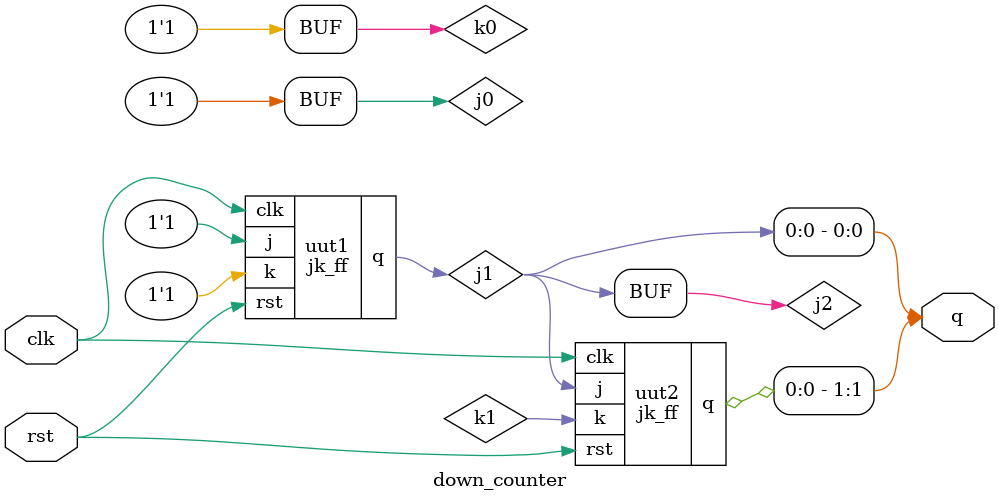
<source format=v>
module jk_ff (input wire j, input wire k,input wire clk,  input wire rst,output reg q );
 always @(posedge clk or posedge rst) 
 begin       
  if (rst)     q <= 1'b0;                // Reset to 0       
  else begin
   case ({j, k})             
    2'b00: q <= q;        // No change       
    2'b01: q <= 1'b0;     // Reset       
    2'b10: q <= 1'b1;     // Set            
    2'b11: q <= ~q;       // Toggle          
   endcase
  end
 end 
endmodule

module down_counter (input clk, input rst, output [1:0] q);
 wire j0, k0, k1, j1;
 assign j0 = 1'b1;
 assign k0 = 1'b1;
 assign j1 = q[0];
 assign j2 = q[0];

 jk_ff uut1(j0,k0,clk,rst,q[0]);
 jk_ff uut2(j1,k1,clk,rst,q[1]); 
endmodule

</source>
